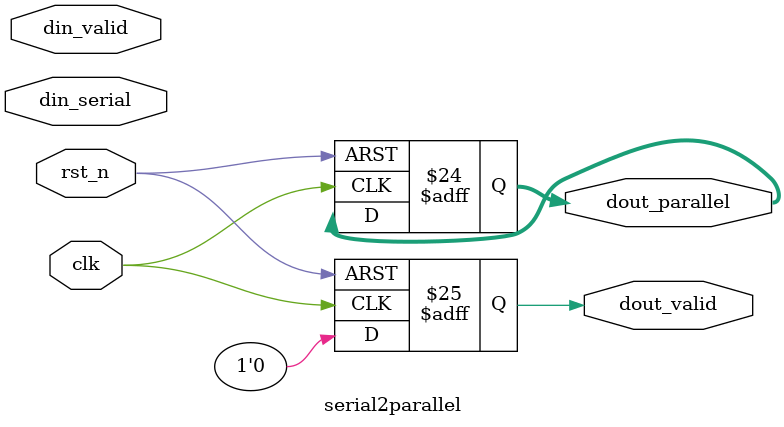
<source format=v>
module serial2parallel(
    input clk,                // Clock input
    input rst_n,              // Asynchronous reset input, active low
    input din_serial,         // Serial data input
    input din_valid,          // Valid signal for the input data
    output reg [7:0] dout_parallel,  // 8-bit parallel data output
    output reg dout_valid            // Output valid signal
);

    reg [7:0] din_tmp;  // Temporary register to store the serial data bits
    reg [2:0] cnt;      // 4-bit counter to keep track of the number of received bits

    // Process to handle the bit count
    always @(posedge clk or negedge rst_n) begin
        if (!rst_n)
            cnt <= 0;  // Reset the counter on reset
        else if (din_valid)
            cnt <= (cnt == 4'd8) ? 0 : cnt + 1'b1;  // Increment counter or reset if 8 bits have been received
        else
            cnt <= 0;  // Reset the counter if data is not valid
    end

    // Process to build the parallel data from the serial input
    always @(posedge clk or negedge rst_n) begin
        if (!rst_n)
            din_tmp <= 8'b0;  // Reset temporary data register on reset
        else if (din_valid && cnt <= 4'd7)
            din_tmp <= {din_tmp[6:0], din_serial};  // Shift in the new bit to the temporary register
    end

    // Process to output the parallel data and valid signal
    always @(posedge clk or negedge rst_n) begin
        if (!rst_n) begin
            dout_valid <= 1'b0;
            dout_parallel <= 8'b0;  // Reset output data and valid signal on reset
        end
        else if (cnt == 4'd8) begin
            dout_valid <= 1'b1;          // Set valid signal when 8 bits have been received
            dout_parallel <= din_tmp;    // Transfer the temporary data to the output
        end
        else begin
            dout_valid <= 1'b0;  // Clear valid signal if less than 8 bits have been received
        end
    end

endmodule

</source>
